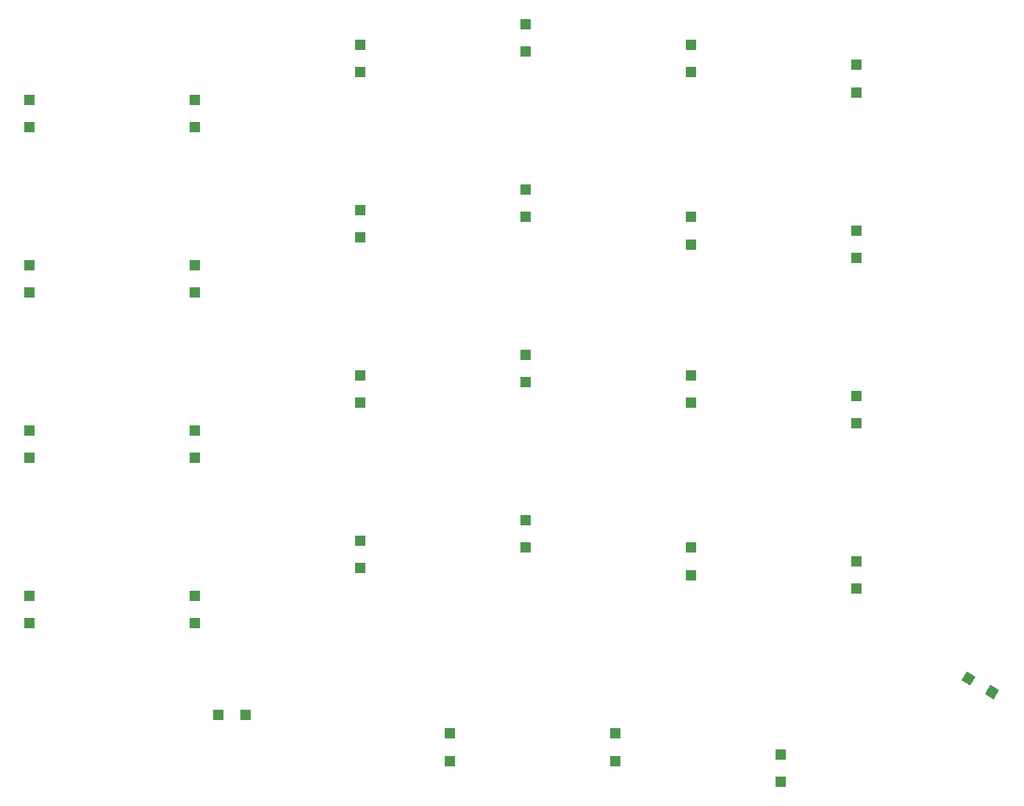
<source format=gbr>
%TF.GenerationSoftware,KiCad,Pcbnew,(5.1.9-0-10_14)*%
%TF.CreationDate,2021-04-25T18:40:37-05:00*%
%TF.ProjectId,wren-plain,7772656e-2d70-46c6-9169-6e2e6b696361,rev?*%
%TF.SameCoordinates,Original*%
%TF.FileFunction,Paste,Bot*%
%TF.FilePolarity,Positive*%
%FSLAX46Y46*%
G04 Gerber Fmt 4.6, Leading zero omitted, Abs format (unit mm)*
G04 Created by KiCad (PCBNEW (5.1.9-0-10_14)) date 2021-04-25 18:40:37*
%MOMM*%
%LPD*%
G01*
G04 APERTURE LIST*
%ADD10R,1.200000X1.200000*%
%ADD11C,0.100000*%
G04 APERTURE END LIST*
D10*
%TO.C,D43*%
X201609500Y-111112500D03*
X201609500Y-107962500D03*
%TD*%
%TO.C,D45*%
X155867000Y-105822750D03*
X159017000Y-105822750D03*
%TD*%
%TO.C,D44*%
X182562500Y-111112500D03*
X182562500Y-107962500D03*
%TD*%
%TO.C,D42*%
X220653500Y-113493750D03*
X220653500Y-110343750D03*
%TD*%
D11*
%TO.C,D41*%
G36*
X245851605Y-102961635D02*
G01*
X245251605Y-104000865D01*
X244212375Y-103400865D01*
X244812375Y-102361635D01*
X245851605Y-102961635D01*
G37*
G36*
X243123625Y-101386635D02*
G01*
X242523625Y-102425865D01*
X241484395Y-101825865D01*
X242084395Y-100786635D01*
X243123625Y-101386635D01*
G37*
%TD*%
D10*
%TO.C,D36*%
X134162000Y-95237500D03*
X134162000Y-92087500D03*
%TD*%
%TO.C,D35*%
X153206000Y-95237500D03*
X153206000Y-92087500D03*
%TD*%
%TO.C,D34*%
X172250000Y-88887500D03*
X172250000Y-85737500D03*
%TD*%
%TO.C,D33*%
X191294000Y-86506250D03*
X191294000Y-83356250D03*
%TD*%
%TO.C,D32*%
X210338000Y-89681250D03*
X210338000Y-86531250D03*
%TD*%
%TO.C,D31*%
X229382000Y-91268750D03*
X229382000Y-88118750D03*
%TD*%
%TO.C,D26*%
X134162000Y-76187500D03*
X134162000Y-73037500D03*
%TD*%
%TO.C,D25*%
X153206000Y-76187500D03*
X153206000Y-73037500D03*
%TD*%
%TO.C,D24*%
X172250000Y-69837500D03*
X172250000Y-66687500D03*
%TD*%
%TO.C,D23*%
X191294000Y-67456250D03*
X191294000Y-64306250D03*
%TD*%
%TO.C,D22*%
X210338000Y-69837500D03*
X210338000Y-66687500D03*
%TD*%
%TO.C,D21*%
X229382000Y-72218750D03*
X229382000Y-69068750D03*
%TD*%
%TO.C,D16*%
X134162000Y-57137500D03*
X134162000Y-53987500D03*
%TD*%
%TO.C,D15*%
X153206000Y-57137500D03*
X153206000Y-53987500D03*
%TD*%
%TO.C,D14*%
X172250000Y-50787500D03*
X172250000Y-47637500D03*
%TD*%
%TO.C,D13*%
X191294000Y-48406250D03*
X191294000Y-45256250D03*
%TD*%
%TO.C,D12*%
X210338000Y-51581250D03*
X210338000Y-48431250D03*
%TD*%
%TO.C,D11*%
X229382000Y-53168750D03*
X229382000Y-50018750D03*
%TD*%
%TO.C,D6*%
X134162000Y-38087500D03*
X134162000Y-34937500D03*
%TD*%
%TO.C,D5*%
X153206000Y-38087500D03*
X153206000Y-34937500D03*
%TD*%
%TO.C,D4*%
X172250000Y-31737500D03*
X172250000Y-28587500D03*
%TD*%
%TO.C,D3*%
X191294000Y-29356250D03*
X191294000Y-26206250D03*
%TD*%
%TO.C,D2*%
X210338000Y-31737500D03*
X210338000Y-28587500D03*
%TD*%
%TO.C,D1*%
X229382000Y-34056250D03*
X229382000Y-30906250D03*
%TD*%
M02*

</source>
